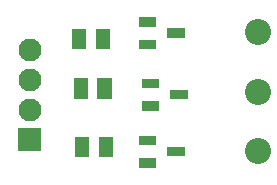
<source format=gts>
G04 Layer: TopSolderMaskLayer*
G04 EasyEDA v6.4.7, 2020-10-21T08:40:06+11:00*
G04 167876914e964c2ea181e253bf9821b7,8b00c40d607e4de580d566db1ee26a9b,10*
G04 Gerber Generator version 0.2*
G04 Scale: 100 percent, Rotated: No, Reflected: No *
G04 Dimensions in millimeters *
G04 leading zeros omitted , absolute positions ,3 integer and 3 decimal *
%FSLAX33Y33*%
%MOMM*%
G90*
D02*

%ADD19C,1.953260*%
%ADD22C,2.203196*%

%LPD*%
G54D19*
G01X4064Y13208D03*
G01X4064Y10668D03*
G01X4064Y8128D03*
G36*
G01X3086Y4610D02*
G01X3086Y6563D01*
G01X5039Y6563D01*
G01X5039Y4610D01*
G01X3086Y4610D01*
G37*
G36*
G01X7797Y9029D02*
G01X7797Y10782D01*
G01X8999Y10782D01*
G01X8999Y9029D01*
G01X7797Y9029D01*
G37*
G36*
G01X9796Y9029D02*
G01X9796Y10782D01*
G01X11000Y10782D01*
G01X11000Y9029D01*
G01X9796Y9029D01*
G37*
G54D22*
G01X23368Y14657D03*
G01X23368Y9657D03*
G01X23368Y4657D03*
G36*
G01X13543Y8046D02*
G01X13543Y8849D01*
G01X15046Y8849D01*
G01X15046Y8046D01*
G01X13543Y8046D01*
G37*
G36*
G01X15943Y8996D02*
G01X15943Y9799D01*
G01X17447Y9799D01*
G01X17447Y8996D01*
G01X15943Y8996D01*
G37*
G36*
G01X13543Y9946D02*
G01X13543Y10749D01*
G01X15046Y10749D01*
G01X15046Y9946D01*
G01X13543Y9946D01*
G37*
G36*
G01X13289Y13253D02*
G01X13289Y14056D01*
G01X14792Y14056D01*
G01X14792Y13253D01*
G01X13289Y13253D01*
G37*
G36*
G01X15689Y14203D02*
G01X15689Y15006D01*
G01X17193Y15006D01*
G01X17193Y14203D01*
G01X15689Y14203D01*
G37*
G36*
G01X13289Y15153D02*
G01X13289Y15956D01*
G01X14792Y15956D01*
G01X14792Y15153D01*
G01X13289Y15153D01*
G37*
G36*
G01X13289Y3220D02*
G01X13289Y4023D01*
G01X14792Y4023D01*
G01X14792Y3220D01*
G01X13289Y3220D01*
G37*
G36*
G01X15689Y4170D02*
G01X15689Y4973D01*
G01X17193Y4973D01*
G01X17193Y4170D01*
G01X15689Y4170D01*
G37*
G36*
G01X13289Y5120D02*
G01X13289Y5923D01*
G01X14792Y5923D01*
G01X14792Y5120D01*
G01X13289Y5120D01*
G37*
G36*
G01X7668Y13220D02*
G01X7668Y14973D01*
G01X8872Y14973D01*
G01X8872Y13220D01*
G01X7668Y13220D01*
G37*
G36*
G01X9669Y13220D02*
G01X9669Y14973D01*
G01X10873Y14973D01*
G01X10873Y13220D01*
G01X9669Y13220D01*
G37*
G36*
G01X7922Y4076D02*
G01X7922Y5829D01*
G01X9126Y5829D01*
G01X9126Y4076D01*
G01X7922Y4076D01*
G37*
G36*
G01X9923Y4076D02*
G01X9923Y5829D01*
G01X11127Y5829D01*
G01X11127Y4076D01*
G01X9923Y4076D01*
G37*
M00*
M02*

</source>
